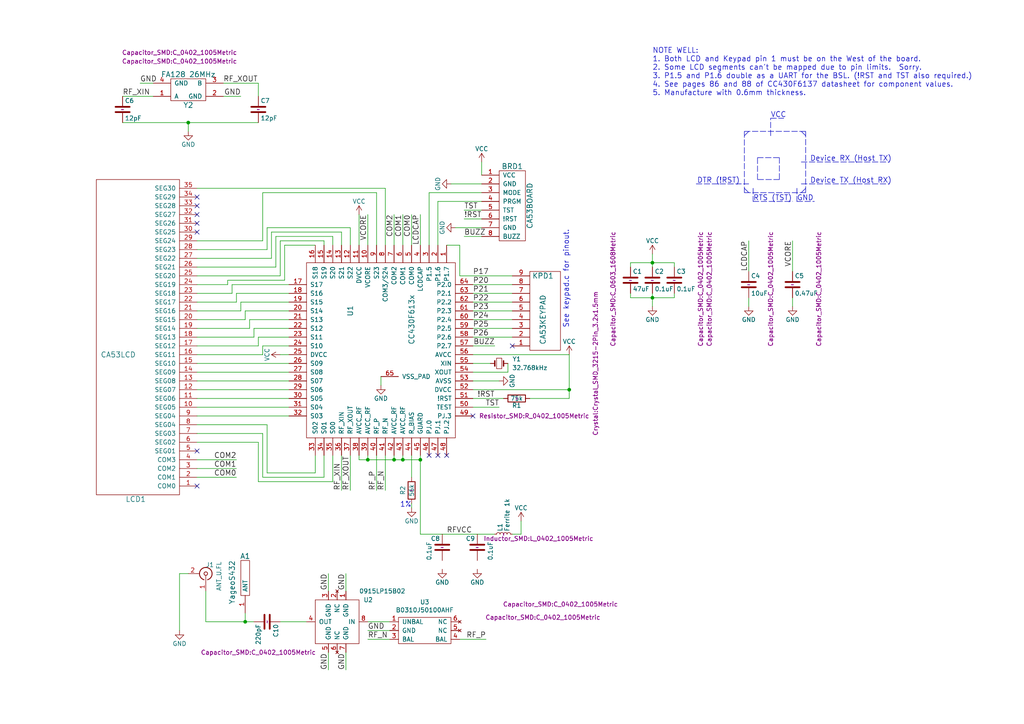
<source format=kicad_sch>
(kicad_sch (version 20211123) (generator eeschema)
  (paper "A4")
  (title_block (title "GoodWatch") (rev "31") (comment 1 "by Travis Goodspeed") (comment 2 "the CC430F6137.  Tuned for either 70cm (<500MHz) or 33cm (<1GHz).") (comment 3 "Replacement PCB for the Casio 3208 watch module (CA53 or CA506) built around"))
  (lib_symbols
    (symbol "Connector:Conn_Coaxial" (pin_names (offset 1.016) hide)
      (property "Reference" "J" (at 0.254 3.048 0))
      (property "Value" "Conn_Coaxial" (at 2.921 0 90))
      (symbol "Conn_Coaxial_0_1"
        (arc (start -1.778 -0.508) (mid 0.2311 -1.8066) (end 1.778 0) (stroke (width 0.254)))
        (polyline (pts (xy -2.54 0) (xy -0.508 0)))
        (polyline (pts (xy 0 -2.54) (xy 0 -1.778)))
        (circle (center 0 0) (radius 0.508) (stroke (width 0.2032)))
        (arc (start 1.778 0) (mid 0.2099 1.8101) (end -1.778 0.508) (stroke (width 0.254)))
      )
      (symbol "Conn_Coaxial_1_1"
        (pin passive line (at -5.08 0 0) (length 2.54) (name "In") (number "1"))
        (pin passive line (at 0 -5.08 90) (length 2.54) (name "Ext") (number "2"))
      )
    )
    (symbol "Device:C" (pin_numbers hide) (pin_names (offset 0.254))
      (property "Reference" "C" (at 0.635 2.54 0))
      (property "Value" "C" (at 0.635 -2.54 0))
      (symbol "C_0_1"
        (polyline (pts (xy -2.032 -0.762) (xy 2.032 -0.762)) (stroke (width 0.508)))
        (polyline (pts (xy -2.032 0.762) (xy 2.032 0.762)) (stroke (width 0.508)))
      )
      (symbol "C_1_1"
        (pin passive line (at 0 3.81 270) (length 2.794) (name "~") (number "1"))
        (pin passive line (at 0 -3.81 90) (length 2.794) (name "~") (number "2"))
      )
    )
    (symbol "Device:Crystal_Small" (pin_numbers hide) (pin_names (offset 1.016) hide)
      (property "Reference" "Y" (at 0 2.54 0))
      (property "Value" "Crystal_Small" (at 0 -2.54 0))
      (symbol "Crystal_Small_0_1"
        (rectangle (start -0.762 -1.524) (end 0.762 1.524))
        (polyline (pts (xy -1.27 -0.762) (xy -1.27 0.762)) (stroke (width 0.381)))
        (polyline (pts (xy 1.27 -0.762) (xy 1.27 0.762)) (stroke (width 0.381)))
      )
      (symbol "Crystal_Small_1_1"
        (pin passive line (at -2.54 0 0) (length 1.27) (name "1") (number "1"))
        (pin passive line (at 2.54 0 180) (length 1.27) (name "2") (number "2"))
      )
    )
    (symbol "Device:L_Small" (pin_numbers hide) (pin_names (offset 0.254) hide)
      (property "Reference" "L" (at 0.762 1.016 0))
      (property "Value" "L_Small" (at 0.762 -1.016 0))
      (symbol "L_Small_0_1"
        (arc (start 0 -2.032) (mid 0.508 -1.524) (end 0 -1.016))
        (arc (start 0 -1.016) (mid 0.508 -0.508) (end 0 0))
        (arc (start 0 0) (mid 0.508 0.508) (end 0 1.016))
        (arc (start 0 1.016) (mid 0.508 1.524) (end 0 2.032))
      )
      (symbol "L_Small_1_1"
        (pin passive line (at 0 2.54 270) (length 0.508) (name "~") (number "1"))
        (pin passive line (at 0 -2.54 90) (length 0.508) (name "~") (number "2"))
      )
    )
    (symbol "Device:R" (pin_numbers hide) (pin_names (offset 0))
      (property "Reference" "R" (at 2.032 0 90))
      (property "Value" "R" (at 0 0 90))
      (symbol "R_0_1"
        (rectangle (start -1.016 -2.54) (end 1.016 2.54) (stroke (width 0.254)))
      )
      (symbol "R_1_1"
        (pin passive line (at 0 3.81 270) (length 1.27) (name "~") (number "1"))
        (pin passive line (at 0 -3.81 90) (length 1.27) (name "~") (number "2"))
      )
    )
    (symbol "goodwatch31:0915LP15B02" (pin_names (offset 1.016))
      (property "Reference" "U" (at -5.08 2.54 90))
      (property "Value" "0915LP15B02" (at -5.08 -3.81 90))
      (symbol "0915LP15B02_0_1"
        (rectangle (start -6.35 6.35) (end 6.35 -6.35))
      )
      (symbol "0915LP15B02_1_1"
        (pin power_in line (at 2.54 8.89 270) (length 2.54) (name "GND") (number "1"))
        (pin no_connect line (at 0 8.89 270) (length 2.54) (name "NC") (number "2"))
        (pin power_in line (at -2.54 8.89 270) (length 2.54) (name "GND") (number "3"))
        (pin passive line (at -8.89 0 0) (length 2.54) (name "OUT") (number "4"))
        (pin power_in line (at -2.54 -8.89 90) (length 2.54) (name "GND") (number "5"))
        (pin no_connect line (at 0 -8.89 90) (length 2.54) (name "NC") (number "6"))
        (pin power_in line (at 2.54 -8.89 90) (length 2.54) (name "GND") (number "7"))
        (pin passive line (at 8.89 0 180) (length 2.54) (name "IN") (number "8"))
      )
    )
    (symbol "goodwatch31:B0310J50100AH" (pin_names (offset 1.016))
      (property "Reference" "U" (at 0 7.62 0))
      (property "Value" "B0310J50100AH" (at 0 -2.54 0))
      (symbol "B0310J50100AH_0_1"
        (rectangle (start -7.62 6.35) (end 7.62 -1.27))
      )
      (symbol "B0310J50100AH_1_1"
        (pin passive line (at -10.16 5.08 0) (length 2.54) (name "UNBAL") (number "1"))
        (pin power_in line (at -10.16 2.54 0) (length 2.54) (name "GND") (number "2"))
        (pin passive line (at -10.16 0 0) (length 2.54) (name "BAL") (number "3"))
        (pin passive line (at 10.16 0 180) (length 2.54) (name "BAL") (number "4"))
        (pin no_connect line (at 10.16 2.54 180) (length 2.54) (name "NC") (number "5"))
        (pin no_connect line (at 10.16 5.08 180) (length 2.54) (name "NC") (number "6"))
      )
    )
    (symbol "goodwatch31:CA53BOARD" (pin_names (offset 1.016))
      (property "Reference" "BRD" (at 12.7 -7.62 0))
      (property "Value" "CA53BOARD" (at 11.43 17.78 0))
      (symbol "CA53BOARD_0_1"
        (rectangle (start 8.89 -6.35) (end 16.51 13.97))
      )
      (symbol "CA53BOARD_1_1"
        (pin power_out line (at 3.81 12.7 0) (length 5.08) (name "VCC") (number "1"))
        (pin power_out line (at 3.81 10.16 0) (length 5.08) (name "GND") (number "2"))
        (pin output line (at 3.81 7.62 0) (length 5.08) (name "MODE") (number "3"))
        (pin output line (at 3.81 5.08 0) (length 5.08) (name "PRGM") (number "4"))
        (pin input line (at 3.81 2.54 0) (length 5.08) (name "TST") (number "5"))
        (pin input line (at 3.81 0 0) (length 5.08) (name "!RST") (number "6"))
        (pin input line (at 3.81 -2.54 0) (length 5.08) (name "GND") (number "7"))
        (pin input line (at 3.81 -5.08 0) (length 5.08) (name "BUZZ") (number "8"))
      )
    )
    (symbol "goodwatch31:CA53KEYPAD" (pin_names (offset 1.016))
      (property "Reference" "KPD" (at 3.81 -10.16 0))
      (property "Value" "CA53KEYPAD" (at 3.81 2.54 90))
      (symbol "CA53KEYPAD_0_1"
        (rectangle (start 0 11.43) (end 8.89 -11.43))
      )
      (symbol "CA53KEYPAD_1_1"
        (pin input line (at -5.08 10.16 0) (length 5.08) (name "~") (number "1"))
        (pin input line (at -5.08 7.62 0) (length 5.08) (name "~") (number "2"))
        (pin input line (at -5.08 5.08 0) (length 5.08) (name "~") (number "3"))
        (pin input line (at -5.08 2.54 0) (length 5.08) (name "~") (number "4"))
        (pin input line (at -5.08 0 0) (length 5.08) (name "~") (number "5"))
        (pin input line (at -5.08 -2.54 0) (length 5.08) (name "~") (number "6"))
        (pin input line (at -5.08 -5.08 0) (length 5.08) (name "~") (number "7"))
        (pin input line (at -5.08 -7.62 0) (length 5.08) (name "~") (number "8"))
        (pin input line (at -5.08 -10.16 0) (length 5.08) (name "~") (number "9"))
      )
    )
    (symbol "goodwatch31:CA53LCD" (pin_names (offset 1.016))
      (property "Reference" "LCD" (at -5.08 45.72 0))
      (property "Value" "CA53LCD" (at 0 3.81 0))
      (symbol "CA53LCD_0_1"
        (rectangle (start 6.35 -46.99) (end -17.78 44.45))
      )
      (symbol "CA53LCD_1_1"
        (pin input line (at -22.86 41.91 0) (length 5.08) (name "COM0") (number "1"))
        (pin input line (at -22.86 19.05 0) (length 5.08) (name "SEG05") (number "10"))
        (pin input line (at -22.86 16.51 0) (length 5.08) (name "SEG06") (number "11"))
        (pin input line (at -22.86 13.97 0) (length 5.08) (name "SEG07") (number "12"))
        (pin input line (at -22.86 11.43 0) (length 5.08) (name "SEG08") (number "13"))
        (pin input line (at -22.86 8.89 0) (length 5.08) (name "SEG09") (number "14"))
        (pin input line (at -22.86 6.35 0) (length 5.08) (name "SEG10") (number "15"))
        (pin input line (at -22.86 3.81 0) (length 5.08) (name "SEG11") (number "16"))
        (pin input line (at -22.86 1.27 0) (length 5.08) (name "SEG12") (number "17"))
        (pin input line (at -22.86 -1.27 0) (length 5.08) (name "SEG13") (number "18"))
        (pin input line (at -22.86 -3.81 0) (length 5.08) (name "SEG14") (number "19"))
        (pin input line (at -22.86 39.37 0) (length 5.08) (name "COM1") (number "2"))
        (pin input line (at -22.86 -6.35 0) (length 5.08) (name "SEG15") (number "20"))
        (pin input line (at -22.86 -8.89 0) (length 5.08) (name "SEG16") (number "21"))
        (pin input line (at -22.86 -11.43 0) (length 5.08) (name "SEG17") (number "22"))
        (pin input line (at -22.86 -13.97 0) (length 5.08) (name "SEG18") (number "23"))
        (pin input line (at -22.86 -16.51 0) (length 5.08) (name "SEG19") (number "24"))
        (pin input line (at -22.86 -19.05 0) (length 5.08) (name "SEG20") (number "25"))
        (pin input line (at -22.86 -21.59 0) (length 5.08) (name "SEG21") (number "26"))
        (pin input line (at -22.86 -24.13 0) (length 5.08) (name "SEG22") (number "27"))
        (pin input line (at -22.86 -26.67 0) (length 5.08) (name "SEG23") (number "28"))
        (pin input line (at -22.86 -29.21 0) (length 5.08) (name "SEG24") (number "29"))
        (pin input line (at -22.86 36.83 0) (length 5.08) (name "COM2") (number "3"))
        (pin input line (at -22.86 -31.75 0) (length 5.08) (name "SEG25") (number "30"))
        (pin input line (at -22.86 -34.29 0) (length 5.08) (name "SEG26") (number "31"))
        (pin input line (at -22.86 -36.83 0) (length 5.08) (name "SEG27") (number "32"))
        (pin input line (at -22.86 -39.37 0) (length 5.08) (name "SEG28") (number "33"))
        (pin input line (at -22.86 -41.91 0) (length 5.08) (name "SEG29") (number "34"))
        (pin input line (at -22.86 -44.45 0) (length 5.08) (name "SEG30") (number "35"))
        (pin input line (at -22.86 34.29 0) (length 5.08) (name "COM3") (number "4"))
        (pin input line (at -22.86 31.75 0) (length 5.08) (name "SEG01") (number "5"))
        (pin input line (at -22.86 29.21 0) (length 5.08) (name "SEG02") (number "6"))
        (pin input line (at -22.86 26.67 0) (length 5.08) (name "SEG03") (number "7"))
        (pin input line (at -22.86 24.13 0) (length 5.08) (name "SEG04") (number "8"))
        (pin input line (at -22.86 21.59 0) (length 5.08) (name "SEG04") (number "9"))
      )
    )
    (symbol "goodwatch31:CC430F613x" (pin_names (offset 1.016))
      (property "Reference" "U" (at -11.43 -8.89 0))
      (property "Value" "CC430F613x" (at -8.89 8.89 0))
      (symbol "CC430F613x_0_1"
        (rectangle (start 25.4 -21.59) (end -25.4 21.59))
      )
      (symbol "CC430F613x_1_1"
        (pin tri_state line (at -30.48 19.05 0) (length 5.08) (name "P1.7") (number "1"))
        (pin power_out line (at -30.48 -3.81 0) (length 5.08) (name "VCORE") (number "10"))
        (pin power_in line (at -30.48 -6.35 0) (length 5.08) (name "DVCC") (number "11"))
        (pin output line (at -30.48 -8.89 0) (length 5.08) (name "S22") (number "12"))
        (pin output line (at -30.48 -11.43 0) (length 5.08) (name "S21") (number "13"))
        (pin output line (at -30.48 -13.97 0) (length 5.08) (name "S20") (number "14"))
        (pin output line (at -30.48 -16.51 0) (length 5.08) (name "S19") (number "15"))
        (pin output line (at -30.48 -19.05 0) (length 5.08) (name "S18") (number "16"))
        (pin output line (at -19.05 -26.67 90) (length 5.08) (name "S17") (number "17"))
        (pin output line (at -16.51 -26.67 90) (length 5.08) (name "S16") (number "18"))
        (pin output line (at -13.97 -26.67 90) (length 5.08) (name "S15") (number "19"))
        (pin tri_state line (at -30.48 16.51 0) (length 5.08) (name "P1.6") (number "2"))
        (pin output line (at -11.43 -26.67 90) (length 5.08) (name "S14") (number "20"))
        (pin output line (at -8.89 -26.67 90) (length 5.08) (name "S13") (number "21"))
        (pin output line (at -6.35 -26.67 90) (length 5.08) (name "S12") (number "22"))
        (pin output line (at -3.81 -26.67 90) (length 5.08) (name "S11") (number "23"))
        (pin output line (at -1.27 -26.67 90) (length 5.08) (name "S10") (number "24"))
        (pin power_in line (at 1.27 -26.67 90) (length 5.08) (name "DVCC") (number "25"))
        (pin output line (at 3.81 -26.67 90) (length 5.08) (name "S09") (number "26"))
        (pin output line (at 6.35 -26.67 90) (length 5.08) (name "S08") (number "27"))
        (pin output line (at 8.89 -26.67 90) (length 5.08) (name "S07") (number "28"))
        (pin output line (at 11.43 -26.67 90) (length 5.08) (name "S06") (number "29"))
        (pin tri_state line (at -30.48 13.97 0) (length 5.08) (name "P1.5") (number "3"))
        (pin output line (at 13.97 -26.67 90) (length 5.08) (name "S05") (number "30"))
        (pin output line (at 16.51 -26.67 90) (length 5.08) (name "S04") (number "31"))
        (pin output line (at 19.05 -26.67 90) (length 5.08) (name "S03") (number "32"))
        (pin output line (at 30.48 -19.05 180) (length 5.08) (name "S02") (number "33"))
        (pin output line (at 30.48 -16.51 180) (length 5.08) (name "S01") (number "34"))
        (pin output line (at 30.48 -13.97 180) (length 5.08) (name "S00") (number "35"))
        (pin input line (at 30.48 -11.43 180) (length 5.08) (name "RF_XIN") (number "36"))
        (pin input line (at 30.48 -8.89 180) (length 5.08) (name "RF_XOUT") (number "37"))
        (pin power_in line (at 30.48 -6.35 180) (length 5.08) (name "AVCC_RF") (number "38"))
        (pin power_in line (at 30.48 -3.81 180) (length 5.08) (name "AVCC_RF") (number "39"))
        (pin input line (at -30.48 11.43 0) (length 5.08) (name "LCDCAP") (number "4"))
        (pin output line (at 30.48 -1.27 180) (length 5.08) (name "RF_P") (number "40"))
        (pin output line (at 30.48 1.27 180) (length 5.08) (name "RF_N") (number "41"))
        (pin power_in line (at 30.48 3.81 180) (length 5.08) (name "AVCC_RF") (number "42"))
        (pin power_in line (at 30.48 6.35 180) (length 5.08) (name "AVCC_RF") (number "43"))
        (pin input line (at 30.48 8.89 180) (length 5.08) (name "R_BIAS") (number "44"))
        (pin input line (at 30.48 11.43 180) (length 5.08) (name "GUARD") (number "45"))
        (pin tri_state line (at 30.48 13.97 180) (length 5.08) (name "PJ.0") (number "46"))
        (pin tri_state line (at 30.48 16.51 180) (length 5.08) (name "PJ.1") (number "47"))
        (pin tri_state line (at 30.48 19.05 180) (length 5.08) (name "PJ.2") (number "48"))
        (pin tri_state line (at 19.05 26.67 270) (length 5.08) (name "PJ.3") (number "49"))
        (pin output line (at -30.48 8.89 0) (length 5.08) (name "COM0") (number "5"))
        (pin input line (at 16.51 26.67 270) (length 5.08) (name "TEST") (number "50"))
        (pin input line (at 13.97 26.67 270) (length 5.08) (name "!RST") (number "51"))
        (pin power_in line (at 11.43 26.67 270) (length 5.08) (name "DVCC") (number "52"))
        (pin power_in line (at 8.89 26.67 270) (length 5.08) (name "AVSS") (number "53"))
        (pin output line (at 6.35 26.67 270) (length 5.08) (name "XOUT") (number "54"))
        (pin input line (at 3.81 26.67 270) (length 5.08) (name "XIN") (number "55"))
        (pin power_in line (at 1.27 26.67 270) (length 5.08) (name "AVCC") (number "56"))
        (pin tri_state line (at -1.27 26.67 270) (length 5.08) (name "P2.7") (number "57"))
        (pin tri_state line (at -3.81 26.67 270) (length 5.08) (name "P2.6") (number "58"))
        (pin tri_state line (at -6.35 26.67 270) (length 5.08) (name "P2.5") (number "59"))
        (pin output line (at -30.48 6.35 0) (length 5.08) (name "COM1") (number "6"))
        (pin tri_state line (at -8.89 26.67 270) (length 5.08) (name "P2.4") (number "60"))
        (pin tri_state line (at -11.43 26.67 270) (length 5.08) (name "P2.3") (number "61"))
        (pin tri_state line (at -13.97 26.67 270) (length 5.08) (name "P2.2") (number "62"))
        (pin tri_state line (at -16.51 26.67 270) (length 5.08) (name "P2.1") (number "63"))
        (pin tri_state line (at -19.05 26.67 270) (length 5.08) (name "P2.0") (number "64"))
        (pin power_in line (at 7.62 0 90) (length 5.08) (name "VSS_PAD") (number "65"))
        (pin output line (at -30.48 3.81 0) (length 5.08) (name "COM2") (number "7"))
        (pin output line (at -30.48 1.27 0) (length 5.08) (name "COM3/S24") (number "8"))
        (pin output line (at -30.48 -1.27 0) (length 5.08) (name "S23") (number "9"))
      )
    )
    (symbol "goodwatch31:FA128" (pin_names (offset 1.016))
      (property "Reference" "X" (at 0 -5.08 0))
      (property "Value" "FA128" (at 0 3.81 0))
      (symbol "FA128_0_1"
        (rectangle (start -5.08 -3.81) (end 5.08 2.54))
      )
      (symbol "FA128_1_1"
        (pin input line (at -10.16 -2.54 0) (length 5.08) (name "A") (number "1"))
        (pin input line (at 10.16 -2.54 180) (length 5.08) (name "GND") (number "2"))
        (pin input line (at 10.16 1.27 180) (length 5.08) (name "B") (number "3"))
        (pin input line (at -10.16 1.27 0) (length 5.08) (name "GND") (number "4"))
      )
    )
    (symbol "goodwatch31:YageoS432" (pin_names (offset 1.016))
      (property "Reference" "A" (at 0 -7.62 0))
      (property "Value" "YageoS432" (at -3.81 2.54 90))
      (symbol "YageoS432_0_1"
        (rectangle (start -1.27 -1.27) (end 1.27 8.89))
      )
      (symbol "YageoS432_1_1"
        (pin input line (at 0 -6.35 90) (length 5.08) (name "ANT") (number "1"))
      )
    )
    (symbol "power:GND" (power) (pin_names (offset 0))
      (property "Value" "GND" (at 0 -3.81 0))
      (symbol "GND_0_1"
        (polyline (pts (xy 0 0) (xy 0 -1.27) (xy 1.27 -1.27) (xy 0 -2.54) (xy -1.27 -1.27) (xy 0 -1.27)))
      )
      (symbol "GND_1_1"
        (pin power_in line (at 0 0 270) (length 0) hide (name "GND") (number "1"))
      )
    )
    (symbol "power:VCC" (power) (pin_names (offset 0))
      (property "Value" "VCC" (at 0 3.81 0))
      (symbol "VCC_0_1"
        (polyline (pts (xy -0.762 1.27) (xy 0 2.54)))
        (polyline (pts (xy 0 0) (xy 0 2.54)))
        (polyline (pts (xy 0 2.54) (xy 0.762 1.27)))
      )
      (symbol "VCC_1_1"
        (pin power_in line (at 0 0 90) (length 0) hide (name "VCC") (number "1"))
      )
    )
  )
  (junction (at 106.68 133.35))
  (junction (at 114.3 133.35))
  (junction (at 71.12 180.34))
  (junction (at 189.23 76.2))
  (junction (at 189.23 86.36))
  (junction (at 121.92 133.35))
  (junction (at 116.84 133.35))
  (junction (at 165.1 113.03))
  (junction (at 54.61 35.56))
  (no_connect (at 57.15 64.77))
  (no_connect (at 57.15 57.15))
  (no_connect (at 57.15 62.23))
  (no_connect (at 137.16 120.65))
  (no_connect (at 127 132.08))
  (no_connect (at 57.15 130.81))
  (no_connect (at 124.46 132.08))
  (no_connect (at 57.15 59.69))
  (no_connect (at 148.59 100.33))
  (no_connect (at 57.15 67.31))
  (no_connect (at 57.15 140.97))
  (no_connect (at 129.54 132.08))
  (wire (pts (xy 134.62 68.58) (xy 139.7 68.58)))
  (wire (pts (xy 82.55 81.28) (xy 66.04 81.28)))
  (wire (pts (xy 71.12 177.8) (xy 71.12 180.34)))
  (wire (pts (xy 96.52 71.12) (xy 96.52 68.58)))
  (wire (pts (xy 76.2 125.73) (xy 57.15 125.73)))
  (wire (pts (xy 71.12 180.34) (xy 59.69 180.34)))
  (wire (pts (xy 93.98 69.85) (xy 81.28 69.85)))
  (wire (pts (xy 91.44 137.16) (xy 77.47 137.16)))
  (wire (pts (xy 83.82 100.33) (xy 76.2 100.33)))
  (wire (pts (xy 69.85 90.17) (xy 57.15 90.17)))
  (wire (pts (xy 121.92 154.94) (xy 143.51 154.94)))
  (wire (pts (xy 121.92 132.08) (xy 121.92 133.35)))
  (wire (pts (xy 189.23 76.2) (xy 189.23 77.47)))
  (wire (pts (xy 71.12 180.34) (xy 73.66 180.34)))
  (wire (pts (xy 82.55 71.12) (xy 82.55 81.28)))
  (wire (pts (xy 137.16 85.09) (xy 148.59 85.09)))
  (wire (pts (xy 109.22 132.08) (xy 109.22 142.24)))
  (polyline (pts (xy 231.14 54.61) (xy 231.14 58.42)))
  (wire (pts (xy 83.82 115.57) (xy 57.15 115.57)))
  (wire (pts (xy 76.2 55.88) (xy 76.2 69.85)))
  (wire (pts (xy 66.04 82.55) (xy 57.15 82.55)))
  (wire (pts (xy 77.47 137.16) (xy 77.47 123.19)))
  (wire (pts (xy 54.61 38.1) (xy 54.61 35.56)))
  (wire (pts (xy 93.98 132.08) (xy 93.98 138.43)))
  (wire (pts (xy 59.69 180.34) (xy 59.69 171.45)))
  (wire (pts (xy 77.47 123.19) (xy 57.15 123.19)))
  (wire (pts (xy 127 58.42) (xy 139.7 58.42)))
  (wire (pts (xy 76.2 102.87) (xy 57.15 102.87)))
  (wire (pts (xy 54.61 166.37) (xy 52.07 166.37)))
  (wire (pts (xy 148.59 82.55) (xy 137.16 82.55)))
  (polyline (pts (xy 218.44 54.61) (xy 218.44 58.42)))
  (wire (pts (xy 83.82 85.09) (xy 68.58 85.09)))
  (wire (pts (xy 72.39 92.71) (xy 72.39 95.25)))
  (polyline (pts (xy 219.71 45.72) (xy 226.06 45.72)))
  (wire (pts (xy 83.82 120.65) (xy 57.15 120.65)))
  (wire (pts (xy 88.9 180.34) (xy 81.28 180.34)))
  (polyline (pts (xy 215.9 55.88) (xy 215.9 38.1)))
  (wire (pts (xy 133.35 71.12) (xy 129.54 71.12)))
  (wire (pts (xy 137.16 110.49) (xy 144.78 110.49)))
  (wire (pts (xy 133.35 80.01) (xy 133.35 71.12)))
  (polyline (pts (xy 232.41 46.99) (xy 257.81 46.99)))
  (wire (pts (xy 148.59 92.71) (xy 137.16 92.71)))
  (wire (pts (xy 189.23 85.09) (xy 189.23 86.36)))
  (wire (pts (xy 148.59 97.79) (xy 137.16 97.79)))
  (wire (pts (xy 35.56 35.56) (xy 54.61 35.56)))
  (wire (pts (xy 96.52 132.08) (xy 96.52 139.7)))
  (wire (pts (xy 195.58 76.2) (xy 195.58 77.47)))
  (wire (pts (xy 104.14 132.08) (xy 104.14 133.35)))
  (wire (pts (xy 44.45 27.94) (xy 35.56 27.94)))
  (wire (pts (xy 182.88 76.2) (xy 189.23 76.2)))
  (wire (pts (xy 121.92 133.35) (xy 121.92 154.94)))
  (wire (pts (xy 137.16 115.57) (xy 146.05 115.57)))
  (wire (pts (xy 74.93 97.79) (xy 74.93 100.33)))
  (wire (pts (xy 114.3 133.35) (xy 116.84 133.35)))
  (wire (pts (xy 116.84 71.12) (xy 116.84 62.23)))
  (wire (pts (xy 101.6 66.04) (xy 77.47 66.04)))
  (wire (pts (xy 71.12 92.71) (xy 57.15 92.71)))
  (wire (pts (xy 137.16 90.17) (xy 148.59 90.17)))
  (wire (pts (xy 83.82 97.79) (xy 74.93 97.79)))
  (wire (pts (xy 68.58 87.63) (xy 57.15 87.63)))
  (wire (pts (xy 83.82 92.71) (xy 72.39 92.71)))
  (polyline (pts (xy 201.93 53.34) (xy 217.17 53.34)))
  (wire (pts (xy 119.38 71.12) (xy 119.38 62.23)))
  (wire (pts (xy 229.87 78.74) (xy 229.87 69.85)))
  (wire (pts (xy 100.33 189.23) (xy 100.33 194.31)))
  (wire (pts (xy 148.59 154.94) (xy 151.13 154.94)))
  (wire (pts (xy 99.06 71.12) (xy 99.06 67.31)))
  (wire (pts (xy 93.98 71.12) (xy 93.98 69.85)))
  (wire (pts (xy 73.66 97.79) (xy 57.15 97.79)))
  (wire (pts (xy 133.35 185.42) (xy 140.97 185.42)))
  (wire (pts (xy 83.82 95.25) (xy 73.66 95.25)))
  (wire (pts (xy 80.01 68.58) (xy 80.01 77.47)))
  (wire (pts (xy 121.92 71.12) (xy 121.92 62.23)))
  (wire (pts (xy 57.15 105.41) (xy 83.82 105.41)))
  (wire (pts (xy 83.82 87.63) (xy 69.85 87.63)))
  (wire (pts (xy 81.28 69.85) (xy 81.28 80.01)))
  (wire (pts (xy 78.74 67.31) (xy 78.74 74.93)))
  (wire (pts (xy 83.82 113.03) (xy 57.15 113.03)))
  (wire (pts (xy 68.58 85.09) (xy 68.58 87.63)))
  (wire (pts (xy 52.07 166.37) (xy 52.07 182.88)))
  (polyline (pts (xy 217.17 38.1) (xy 215.9 39.37)))
  (wire (pts (xy 83.82 118.11) (xy 57.15 118.11)))
  (wire (pts (xy 76.2 138.43) (xy 76.2 125.73)))
  (wire (pts (xy 137.16 95.25) (xy 148.59 95.25)))
  (wire (pts (xy 74.93 139.7) (xy 74.93 128.27)))
  (wire (pts (xy 109.22 71.12) (xy 109.22 55.88)))
  (wire (pts (xy 78.74 74.93) (xy 57.15 74.93)))
  (wire (pts (xy 151.13 154.94) (xy 151.13 151.13)))
  (wire (pts (xy 57.15 135.89) (xy 68.58 135.89)))
  (wire (pts (xy 100.33 171.45) (xy 100.33 166.37)))
  (polyline (pts (xy 223.52 34.29) (xy 227.33 34.29)))
  (wire (pts (xy 104.14 133.35) (xy 106.68 133.35)))
  (wire (pts (xy 137.16 113.03) (xy 165.1 113.03)))
  (polyline (pts (xy 218.44 58.42) (xy 229.87 58.42)))
  (polyline (pts (xy 215.9 38.1) (xy 233.68 38.1)))
  (wire (pts (xy 113.03 185.42) (xy 106.68 185.42)))
  (wire (pts (xy 64.77 24.13) (xy 74.93 24.13)))
  (wire (pts (xy 83.82 107.95) (xy 57.15 107.95)))
  (wire (pts (xy 127 71.12) (xy 127 58.42)))
  (wire (pts (xy 74.93 128.27) (xy 57.15 128.27)))
  (polyline (pts (xy 233.68 55.88) (xy 215.9 55.88)))
  (wire (pts (xy 229.87 86.36) (xy 229.87 88.9)))
  (polyline (pts (xy 226.06 52.07) (xy 219.71 52.07)))
  (wire (pts (xy 96.52 139.7) (xy 74.93 139.7)))
  (wire (pts (xy 71.12 90.17) (xy 71.12 92.71)))
  (wire (pts (xy 80.01 77.47) (xy 57.15 77.47)))
  (wire (pts (xy 91.44 132.08) (xy 91.44 137.16)))
  (wire (pts (xy 116.84 133.35) (xy 121.92 133.35)))
  (wire (pts (xy 189.23 76.2) (xy 195.58 76.2)))
  (wire (pts (xy 165.1 113.03) (xy 165.1 115.57)))
  (polyline (pts (xy 215.9 54.61) (xy 217.17 55.88)))
  (wire (pts (xy 83.82 90.17) (xy 71.12 90.17)))
  (wire (pts (xy 106.68 133.35) (xy 114.3 133.35)))
  (polyline (pts (xy 226.06 45.72) (xy 226.06 52.07)))
  (wire (pts (xy 101.6 71.12) (xy 101.6 66.04)))
  (wire (pts (xy 110.49 109.22) (xy 110.49 111.76)))
  (polyline (pts (xy 232.41 55.88) (xy 233.68 54.61)))
  (wire (pts (xy 114.3 71.12) (xy 114.3 62.23)))
  (wire (pts (xy 104.14 62.23) (xy 104.14 71.12)))
  (wire (pts (xy 137.16 118.11) (xy 144.78 118.11)))
  (wire (pts (xy 139.7 66.04) (xy 132.08 66.04)))
  (polyline (pts (xy 232.41 53.34) (xy 257.81 53.34)))
  (wire (pts (xy 124.46 55.88) (xy 139.7 55.88)))
  (wire (pts (xy 111.76 132.08) (xy 111.76 142.24)))
  (wire (pts (xy 99.06 132.08) (xy 99.06 142.24)))
  (wire (pts (xy 69.85 87.63) (xy 69.85 90.17)))
  (wire (pts (xy 119.38 147.32) (xy 119.38 146.05)))
  (wire (pts (xy 116.84 132.08) (xy 116.84 133.35)))
  (wire (pts (xy 76.2 69.85) (xy 57.15 69.85)))
  (wire (pts (xy 114.3 132.08) (xy 114.3 133.35)))
  (wire (pts (xy 165.1 102.87) (xy 165.1 113.03)))
  (wire (pts (xy 101.6 132.08) (xy 101.6 142.24)))
  (polyline (pts (xy 219.71 52.07) (xy 219.71 45.72)))
  (wire (pts (xy 148.59 80.01) (xy 133.35 80.01)))
  (wire (pts (xy 113.03 180.34) (xy 106.68 180.34)))
  (wire (pts (xy 106.68 62.23) (xy 106.68 71.12)))
  (wire (pts (xy 91.44 71.12) (xy 82.55 71.12)))
  (wire (pts (xy 189.23 73.66) (xy 189.23 76.2)))
  (wire (pts (xy 95.25 189.23) (xy 95.25 194.31)))
  (polyline (pts (xy 233.68 38.1) (xy 233.68 55.88)))
  (wire (pts (xy 106.68 132.08) (xy 106.68 133.35)))
  (wire (pts (xy 109.22 55.88) (xy 76.2 55.88)))
  (wire (pts (xy 137.16 107.95) (xy 147.32 107.95)))
  (wire (pts (xy 165.1 115.57) (xy 153.67 115.57)))
  (wire (pts (xy 139.7 60.96) (xy 134.62 60.96)))
  (wire (pts (xy 81.28 102.87) (xy 83.82 102.87)))
  (wire (pts (xy 96.52 68.58) (xy 80.01 68.58)))
  (wire (pts (xy 137.16 102.87) (xy 165.1 102.87)))
  (wire (pts (xy 44.45 24.13) (xy 40.64 24.13)))
  (wire (pts (xy 57.15 138.43) (xy 68.58 138.43)))
  (wire (pts (xy 182.88 77.47) (xy 182.88 76.2)))
  (wire (pts (xy 195.58 86.36) (xy 195.58 85.09)))
  (wire (pts (xy 54.61 35.56) (xy 74.93 35.56)))
  (wire (pts (xy 93.98 138.43) (xy 76.2 138.43)))
  (wire (pts (xy 124.46 71.12) (xy 124.46 55.88)))
  (wire (pts (xy 81.28 80.01) (xy 57.15 80.01)))
  (wire (pts (xy 73.66 95.25) (xy 73.66 97.79)))
  (wire (pts (xy 217.17 78.74) (xy 217.17 69.85)))
  (wire (pts (xy 57.15 133.35) (xy 68.58 133.35)))
  (wire (pts (xy 74.93 100.33) (xy 57.15 100.33)))
  (wire (pts (xy 119.38 132.08) (xy 119.38 138.43)))
  (wire (pts (xy 83.82 82.55) (xy 67.31 82.55)))
  (wire (pts (xy 189.23 86.36) (xy 189.23 88.9)))
  (wire (pts (xy 77.47 66.04) (xy 77.47 72.39)))
  (wire (pts (xy 182.88 86.36) (xy 189.23 86.36)))
  (wire (pts (xy 83.82 110.49) (xy 57.15 110.49)))
  (wire (pts (xy 189.23 86.36) (xy 195.58 86.36)))
  (polyline (pts (xy 233.68 39.37) (xy 232.41 38.1)))
  (wire (pts (xy 77.47 72.39) (xy 57.15 72.39)))
  (wire (pts (xy 67.31 82.55) (xy 67.31 85.09)))
  (wire (pts (xy 67.31 85.09) (xy 57.15 85.09)))
  (wire (pts (xy 64.77 27.94) (xy 69.85 27.94)))
  (wire (pts (xy 99.06 67.31) (xy 78.74 67.31)))
  (wire (pts (xy 95.25 171.45) (xy 95.25 166.37)))
  (wire (pts (xy 113.03 182.88) (xy 106.68 182.88)))
  (wire (pts (xy 137.16 100.33) (xy 143.51 100.33)))
  (wire (pts (xy 76.2 100.33) (xy 76.2 102.87)))
  (wire (pts (xy 139.7 50.8) (xy 139.7 46.99)))
  (wire (pts (xy 111.76 54.61) (xy 57.15 54.61)))
  (wire (pts (xy 139.7 53.34) (xy 130.81 53.34)))
  (wire (pts (xy 72.39 95.25) (xy 57.15 95.25)))
  (wire (pts (xy 137.16 105.41) (xy 142.24 105.41)))
  (wire (pts (xy 217.17 88.9) (xy 217.17 86.36)))
  (polyline (pts (xy 223.52 39.37) (xy 223.52 34.29)))
  (wire (pts (xy 148.59 87.63) (xy 137.16 87.63)))
  (polyline (pts (xy 231.14 58.42) (xy 236.22 58.42)))
  (wire (pts (xy 74.93 24.13) (xy 74.93 27.94)))
  (wire (pts (xy 111.76 71.12) (xy 111.76 54.61)))
  (wire (pts (xy 147.32 107.95) (xy 147.32 105.41)))
  (wire (pts (xy 66.04 81.28) (xy 66.04 82.55)))
  (wire (pts (xy 182.88 85.09) (xy 182.88 86.36)))
  (wire (pts (xy 134.62 63.5) (xy 139.7 63.5)))
  (text "Device TX (Host RX)" (at 234.95 53.34 0) (effects (font (size 1.524 1.524)) (justify left bottom)))
  (text "NOTE WELL:\n1. Both LCD and Keypad pin 1 must be on the West of the board.\n2. Some LCD segments can't be mapped due to pin limits.  Sorry.\n3. P1.5 and P1.6 double as a UART for the BSL. (!RST and TST also required.)\n4. See pages 86 and 88 of CC430F6137 datasheet for component values.\n5. Manufacture with 0.6mm thickness. " (at 189.23 27.94 0) (effects (font (size 1.524 1.524)) (justify left bottom)))
  (text "RTS (TST)" (at 218.44 58.42 0) (effects (font (size 1.524 1.524)) (justify left bottom)))
  (text "VCC" (at 223.52 34.29 0) (effects (font (size 1.524 1.524)) (justify left bottom)))
  (text "See keypad.c for pinout." (at 165.1 95.25 90) (effects (font (size 1.524 1.524)) (justify left bottom)))
  (text "GND" (at 231.14 58.42 0) (effects (font (size 1.524 1.524)) (justify left bottom)))
  (text "1%" (at 119.38 147.32 180) (effects (font (size 1.524 1.524)) (justify right bottom)))
  (text "DTR (!RST)" (at 214.63 53.34 180) (effects (font (size 1.524 1.524)) (justify right bottom)))
  (text "Device RX (Host TX)" (at 234.95 46.99 0) (effects (font (size 1.524 1.524)) (justify left bottom)))
  (label "LCDCAP" (at 121.92 62.23 270) (effects (font (size 1.524 1.524))))
  (label "P26" (at 137.16 97.79 0) (effects (font (size 1.524 1.524))))
  (label "GND" (at 95.25 194.31 90) (effects (font (size 1.524 1.524))))
  (label "GND" (at 100.33 166.37 270) (effects (font (size 1.524 1.524))))
  (label "COM1" (at 116.84 62.23 270) (effects (font (size 1.524 1.524))))
  (label "BUZZ" (at 143.51 100.33 180) (effects (font (size 1.524 1.524))))
  (label "!RST" (at 138.43 115.57 0) (effects (font (size 1.524 1.524))))
  (label "TST" (at 134.62 60.96 0) (effects (font (size 1.524 1.524))))
  (label "RF_XIN" (at 99.06 142.24 90) (effects (font (size 1.524 1.524))))
  (label "RF_XOUT" (at 64.77 24.13 0) (effects (font (size 1.524 1.524))))
  (label "LCDCAP" (at 217.17 69.85 270) (effects (font (size 1.524 1.524))))
  (label "P21" (at 137.16 85.09 0) (effects (font (size 1.524 1.524))))
  (label "GND" (at 40.64 24.13 0) (effects (font (size 1.524 1.524))))
  (label "GND" (at 100.33 194.31 90) (effects (font (size 1.524 1.524))))
  (label "RF_XIN" (at 35.56 27.94 0) (effects (font (size 1.524 1.524))))
  (label "GND" (at 69.85 27.94 180) (effects (font (size 1.524 1.524))))
  (label "RF_XOUT" (at 101.6 142.24 90) (effects (font (size 1.524 1.524))))
  (label "P24" (at 137.16 92.71 0) (effects (font (size 1.524 1.524))))
  (label "RFVCC" (at 129.54 154.94 0) (effects (font (size 1.524 1.524))))
  (label "GND" (at 106.68 182.88 0) (effects (font (size 1.524 1.524))))
  (label "VCORE" (at 106.68 62.23 270) (effects (font (size 1.524 1.524))))
  (label "VCORE" (at 229.87 69.85 270) (effects (font (size 1.524 1.524))))
  (label "P22" (at 137.16 87.63 0) (effects (font (size 1.524 1.524))))
  (label "COM2" (at 68.58 133.35 180) (effects (font (size 1.524 1.524))))
  (label "COM1" (at 68.58 135.89 180) (effects (font (size 1.524 1.524))))
  (label "RF_N" (at 106.68 185.42 0) (effects (font (size 1.524 1.524))))
  (label "RF_P" (at 109.22 142.24 90) (effects (font (size 1.524 1.524))))
  (label "P17" (at 137.16 80.01 0) (effects (font (size 1.524 1.524))))
  (label "P25" (at 137.16 95.25 0) (effects (font (size 1.524 1.524))))
  (label "TST" (at 144.78 118.11 180) (effects (font (size 1.524 1.524))))
  (label "BUZZ" (at 134.62 68.58 0) (effects (font (size 1.524 1.524))))
  (label "P23" (at 137.16 90.17 0) (effects (font (size 1.524 1.524))))
  (label "COM2" (at 114.3 62.23 270) (effects (font (size 1.524 1.524))))
  (label "!RST" (at 134.62 63.5 0) (effects (font (size 1.524 1.524))))
  (label "RF_P" (at 140.97 185.42 180) (effects (font (size 1.524 1.524))))
  (label "P20" (at 137.16 82.55 0) (effects (font (size 1.524 1.524))))
  (label "COM0" (at 119.38 62.23 270) (effects (font (size 1.524 1.524))))
  (label "COM0" (at 68.58 138.43 180) (effects (font (size 1.524 1.524))))
  (label "GND" (at 95.25 166.37 270) (effects (font (size 1.524 1.524))))
  (label "RF_N" (at 111.76 142.24 90) (effects (font (size 1.524 1.524))))
  (symbol (lib_id "goodwatch31:CA53LCD") (at 34.29 99.06 180) (unit 1)
    (property "Reference" "LCD1" (at 39.37 144.78 0) (effects (font (size 1.524 1.524))))
    (property "Value" "CA53LCD" (at 34.29 102.87 0) (effects (font (size 1.524 1.524))))
    (property "Footprint" "goodwatch31:ca53lcd" (effects hide))
    (property "DNP" "YES" (effects hide))
  )
  (symbol (lib_id "goodwatch31:CC430F613x") (at 110.49 101.6 270) (unit 1)
    (property "Reference" "U1" (at 101.6 90.17 0) (effects (font (size 1.524 1.524))))
    (property "Value" "CC430F613x" (at 119.38 92.71 0) (effects (font (size 1.524 1.524))))
    (property "Footprint" "goodwatch31:CC430F613x" (effects hide))
    (property "Datasheet" "http://www.ti.com/lit/ds/symlink/cc430f6143.pdf" (effects hide))
    (property "Key" "ic-mcu-cc430f613x" (effects hide))
    (property "Manufacturer" "Texas Instruments" (effects hide))
    (property "MFN" "CC430F6147IRGCR" (effects hide))
  )
  (symbol (lib_id "goodwatch31:CA53KEYPAD") (at 153.67 90.17 0) (mirror x) (unit 1)
    (property "Reference" "KPD1" (at 157.48 80.01 0) (effects (font (size 1.524 1.524))))
    (property "Value" "CA53KEYPAD" (at 157.48 92.71 90) (effects (font (size 1.524 1.524))))
    (property "Footprint" "goodwatch31:ca53keypad" (effects hide))
    (property "DNP" "YES" (effects hide))
  )
  (symbol (lib_id "goodwatch31:CA53BOARD") (at 135.89 63.5 0) (unit 1)
    (property "Reference" "BRD1" (at 148.59 48.26 0) (effects (font (size 1.524 1.524))))
    (property "Value" "CA53BOARD" (at 153.67 59.69 90) (effects (font (size 1.524 1.524))))
    (property "Footprint" "goodwatch31:ca53board" (effects hide))
    (property "DNP" "YES" (effects hide))
  )
  (symbol (lib_id "power:GND") (at 110.49 111.76 0) (unit 1)
    (property "Reference" "#PWR01" (effects hide))
    (property "Value" "GND" (at 110.49 115.57 0))
  )
  (symbol (lib_id "power:GND") (at 130.81 53.34 270) (unit 1)
    (property "Reference" "#PWR02" (effects hide))
    (property "Value" "GND" (at 127 53.34 0))
  )
  (symbol (lib_id "power:VCC") (at 139.7 46.99 0) (unit 1)
    (property "Reference" "#PWR03" (effects hide))
    (property "Value" "VCC" (at 139.7 43.18 0))
  )
  (symbol (lib_id "power:VCC") (at 104.14 62.23 0) (unit 1)
    (property "Reference" "#PWR04" (effects hide))
    (property "Value" "VCC" (at 104.14 58.42 0))
  )
  (symbol (lib_id "power:VCC") (at 165.1 102.87 0) (unit 1)
    (property "Reference" "#PWR05" (effects hide))
    (property "Value" "VCC" (at 165.1 99.06 0))
  )
  (symbol (lib_id "Device:Crystal_Small") (at 144.78 105.41 0) (unit 1)
    (property "Reference" "Y1" (at 149.86 104.14 0))
    (property "Value" "32.768kHz" (at 153.67 106.68 0))
    (property "Footprint" "Crystal:Crystal_SMD_3215-2Pin_3.2x1.5mm" (at 172.72 105.41 90))
    (property "Key" "xtal3215-32_768khz" (effects hide))
    (property "Manufacturer" "Abracon" (effects hide))
    (property "MFN" "ABS07-120-32.768KHZ-T" (effects hide))
  )
  (symbol (lib_id "power:GND") (at 144.78 110.49 90) (unit 1)
    (property "Reference" "#PWR06" (effects hide))
    (property "Value" "GND" (at 148.59 110.49 0))
  )
  (symbol (lib_id "power:VCC") (at 81.28 102.87 90) (unit 1)
    (property "Reference" "#PWR07" (effects hide))
    (property "Value" "VCC" (at 77.47 102.87 0))
  )
  (symbol (lib_id "Device:C") (at 182.88 81.28 0) (unit 1)
    (property "Reference" "C1" (at 183.515 78.74 0) (effects (justify left)))
    (property "Value" "47uF" (at 183.515 83.82 0) (effects (justify left)))
    (property "Footprint" "Capacitor_SMD:C_0603_1608Metric" (at 177.8 83.82 90))
    (property "Datasheet" "~" (at 182.88 81.28 0))
    (property "Key" "cap-cer-0603-47u" (effects hide))
  )
  (symbol (lib_id "Device:C") (at 189.23 81.28 0) (unit 1)
    (property "Reference" "C2" (at 189.865 78.74 0) (effects (justify left)))
    (property "Value" "0.1uF" (at 189.865 83.82 0) (effects (justify left)))
    (property "Footprint" "Capacitor_SMD:C_0402_1005Metric" (at 203.2 83.82 90))
    (property "Datasheet" "~" (at 189.23 81.28 0))
    (property "Key" "cap-cer-0402-03high-100n" (effects hide))
    (property "Notes" "Use flat versions that are not higher than 0.33mm." (effects hide))
  )
  (symbol (lib_id "Device:C") (at 195.58 81.28 0) (unit 1)
    (property "Reference" "C3" (at 196.215 78.74 0) (effects (justify left)))
    (property "Value" "0.1uF" (at 196.215 83.82 0) (effects (justify left)))
    (property "Footprint" "Capacitor_SMD:C_0402_1005Metric" (at 205.74 83.82 90))
    (property "Datasheet" "~" (at 195.58 81.28 0))
    (property "Key" "cap-cer-0402-03high-100n" (effects hide))
    (property "Notes" "Use flat versions that are not higher than 0.33mm." (effects hide))
  )
  (symbol (lib_id "power:VCC") (at 189.23 73.66 0) (unit 1)
    (property "Reference" "#PWR08" (effects hide))
    (property "Value" "VCC" (at 189.23 69.85 0))
  )
  (symbol (lib_id "power:GND") (at 189.23 88.9 0) (unit 1)
    (property "Reference" "#PWR09" (effects hide))
    (property "Value" "GND" (at 189.23 92.71 0))
  )
  (symbol (lib_id "Device:C") (at 217.17 82.55 0) (unit 1)
    (property "Reference" "C4" (at 217.805 80.01 0) (effects (justify left)))
    (property "Value" "10uF" (at 217.805 85.09 0) (effects (justify left)))
    (property "Footprint" "Capacitor_SMD:C_0402_1005Metric" (at 223.52 83.82 90))
    (property "Datasheet" "~" (at 217.17 82.55 0))
    (property "Key" "cap-cer-0402-10u" (effects hide))
  )
  (symbol (lib_id "power:GND") (at 217.17 88.9 0) (unit 1)
    (property "Reference" "#PWR010" (effects hide))
    (property "Value" "GND" (at 217.17 92.71 0))
  )
  (symbol (lib_id "Device:C") (at 229.87 82.55 0) (unit 1)
    (property "Reference" "C5" (at 230.505 80.01 0) (effects (justify left)))
    (property "Value" "0.47uF" (at 230.505 85.09 0) (effects (justify left)))
    (property "Footprint" "Capacitor_SMD:C_0402_1005Metric" (at 237.49 83.82 90))
    (property "Datasheet" "~" (at 229.87 82.55 0))
    (property "Key" "cap-cer-0402-470n" (effects hide))
  )
  (symbol (lib_id "power:GND") (at 229.87 88.9 0) (unit 1)
    (property "Reference" "#PWR011" (effects hide))
    (property "Value" "GND" (at 229.87 92.71 0))
  )
  (symbol (lib_id "goodwatch31:YageoS432") (at 71.12 171.45 0) (unit 1)
    (property "Reference" "A1" (at 71.12 161.29 0) (effects (font (size 1.524 1.524))))
    (property "Value" "YageoS432" (at 67.31 168.91 90) (effects (font (size 1.524 1.524))))
    (property "Footprint" "goodwatch31:YageoS432" (effects hide))
    (property "Datasheet" "http://www.yageo.com/documents/recent/An_SMD_UHF_433_1204_0.pdf" (effects hide))
    (property "Notes" "Optional: only used without watch body for the RF version" (effects hide))
    (property "DNP" "YES" (effects hide))
    (property "Key" "ant-smd-yageos432" (effects hide))
    (property "Manufacturer" "Yaego" (effects hide))
    (property "MFN" "ANT1204F002R0433A" (effects hide))
  )
  (symbol (lib_id "Device:R") (at 119.38 142.24 0) (unit 1)
    (property "Reference" "R2" (at 116.84 142.24 90))
    (property "Value" "56k" (at 119.38 142.24 90))
    (property "Footprint" "Resistor_SMD:R_0402_1005Metric" (effects hide))
    (property "Datasheet" "~" (at 119.38 142.24 0))
    (property "Key" "res-0402-56k-1%" (effects hide))
    (property "Notes" "Optional: only needed for the RF version" (effects hide))
  )
  (symbol (lib_id "power:GND") (at 119.38 147.32 0) (unit 1)
    (property "Reference" "#PWR012" (effects hide))
    (property "Value" "GND" (at 119.38 151.13 0))
  )
  (symbol (lib_id "goodwatch31:FA128") (at 54.61 25.4 0) (unit 1)
    (property "Reference" "Y2" (at 54.61 30.48 0) (effects (font (size 1.524 1.524))))
    (property "Value" "FA128 26MHz" (at 54.61 21.59 0) (effects (font (size 1.524 1.524))))
    (property "Footprint" "goodwatch31:FA128" (effects hide))
    (property "Datasheet" "https://support.epson.biz/td/api/doc_check.php?dl=brief_FA-128_en.pdf" (effects hide))
    (property "Key" "xtal-fa128-26mhz" (effects hide))
    (property "MFN" "FA-128 26.0000MF10Z-W5" (effects hide))
    (property "Manufacturer" "EPSON" (effects hide))
    (property "Notes" "Optional: only needed for the RF version" (effects hide))
  )
  (symbol (lib_id "Device:C") (at 35.56 31.75 0) (unit 1)
    (property "Reference" "C6" (at 36.195 29.21 0) (effects (justify left)))
    (property "Value" "12pF" (at 36.195 34.29 0) (effects (justify left)))
    (property "Footprint" "Capacitor_SMD:C_0402_1005Metric" (at 52.07 17.78 0))
    (property "Datasheet" "~" (at 35.56 31.75 0))
    (property "Key" "cap-cer-0402-12p" (effects hide))
    (property "Notes" "Optional: only needed for the RF version" (effects hide))
  )
  (symbol (lib_id "Device:C") (at 74.93 31.75 0) (unit 1)
    (property "Reference" "C7" (at 75.565 29.21 0) (effects (justify left)))
    (property "Value" "12pF" (at 75.565 34.29 0) (effects (justify left)))
    (property "Footprint" "Capacitor_SMD:C_0402_1005Metric" (at 52.07 15.24 0))
    (property "Datasheet" "~" (at 74.93 31.75 0))
    (property "Key" "cap-cer-0402-12p" (effects hide))
    (property "Notes" "Optional: only needed for the RF version" (effects hide))
  )
  (symbol (lib_id "power:GND") (at 54.61 38.1 0) (unit 1)
    (property "Reference" "#PWR013" (effects hide))
    (property "Value" "GND" (at 54.61 41.91 0))
  )
  (symbol (lib_id "Device:R") (at 149.86 115.57 270) (unit 1)
    (property "Reference" "R1" (at 149.86 117.602 90))
    (property "Value" "75k" (at 149.86 115.57 90))
    (property "Footprint" "Resistor_SMD:R_0402_1005Metric" (at 154.94 120.65 90))
    (property "Datasheet" "~" (at 149.86 115.57 0))
    (property "Key" "res-0402-75k" (effects hide))
  )
  (symbol (lib_id "Device:L_Small") (at 146.05 154.94 90) (unit 1)
    (property "Reference" "L1" (at 145.034 154.178 0) (effects (justify left)))
    (property "Value" "Ferrite 1k" (at 147.066 154.178 0) (effects (justify left)))
    (property "Footprint" "Inductor_SMD:L_0402_1005Metric" (at 156.21 156.21 90))
    (property "Datasheet" "~" (at 146.05 154.94 0))
    (property "Notes" "Optional: only needed for the RF version" (effects hide))
    (property "Key" "ferrite-0402-1k" (effects hide))
  )
  (symbol (lib_id "power:VCC") (at 151.13 151.13 0) (unit 1)
    (property "Reference" "#PWR014" (effects hide))
    (property "Value" "VCC" (at 151.13 147.32 0))
  )
  (symbol (lib_id "Device:C") (at 128.27 158.75 0) (mirror y) (unit 1)
    (property "Reference" "C8" (at 127.635 156.21 0) (effects (justify left)))
    (property "Value" "0.1uF" (at 124.46 162.56 90) (effects (justify left)))
    (property "Footprint" "Capacitor_SMD:C_0402_1005Metric" (at 157.48 179.07 0))
    (property "Datasheet" "~" (at 128.27 158.75 0))
    (property "Key" "cap-cer-0402-03high-100n" (effects hide))
    (property "Notes" "Use flat versions that are not higher than 0.33mm. Optional: only needed for the RF version" (effects hide))
  )
  (symbol (lib_id "Device:C") (at 138.43 158.75 0) (mirror y) (unit 1)
    (property "Reference" "C9" (at 137.795 156.21 0) (effects (justify left)))
    (property "Value" "0.1uF" (at 142.24 162.56 90) (effects (justify left)))
    (property "Footprint" "Capacitor_SMD:C_0402_1005Metric" (at 162.56 175.26 0))
    (property "Datasheet" "~" (at 138.43 158.75 0))
    (property "Key" "cap-cer-0402-03high-100n" (effects hide))
    (property "Notes" "Use flat versions that are not higher than 0.33mm. Optional: only needed for the RF version" (effects hide))
  )
  (symbol (lib_id "power:GND") (at 128.27 165.1 0) (unit 1)
    (property "Reference" "#PWR015" (effects hide))
    (property "Value" "GND" (at 128.27 168.91 0))
  )
  (symbol (lib_id "power:GND") (at 138.43 165.1 0) (unit 1)
    (property "Reference" "#PWR016" (effects hide))
    (property "Value" "GND" (at 138.43 168.91 0))
  )
  (symbol (lib_id "power:GND") (at 132.08 66.04 270) (unit 1)
    (property "Reference" "#PWR017" (effects hide))
    (property "Value" "GND" (at 128.27 66.04 0))
  )
  (symbol (lib_id "goodwatch31:0915LP15B02") (at 97.79 180.34 0) (unit 1)
    (property "Reference" "U2" (at 105.41 173.99 0) (effects (justify left)))
    (property "Value" "0915LP15B02" (at 104.14 171.45 0) (effects (justify left)))
    (property "Footprint" "goodwatch31:LP15" (effects hide))
    (property "Datasheet" "https://www.mouser.com/ds/2/611/LP_Filter_0500LP15A500_v2-258166.pdf, https://www.mouser.com/datasheet/2/611/JTI_Low-Pass-0915LP15B026_8-04-515344.pdf" (effects hide))
    (property "Key" "filter-0915lp15b02, filter-0915lp15b02" (effects hide))
    (property "Notes" "Optional: only needed for the RF version; two options 500MHz/915MHz" (effects hide))
    (property "MFN" "0500LP15A500, 0915LP15B02" (effects hide))
    (property "Manufacturer" "Johanson Technology Inc." (effects hide))
  )
  (symbol (lib_id "goodwatch31:B0310J50100AH") (at 123.19 185.42 0) (unit 1)
    (property "Reference" "U3" (at 123.19 174.625 0))
    (property "Value" "B0310J50100AHF" (at 123.19 176.9364 0))
    (property "Footprint" "goodwatch31:B0310J50100AHF" (effects hide))
    (property "Datasheet" "https://cdn.anaren.com/product-documents/Xinger/BalunTransformers/B0310J50100AHF/B0310J50100AHF_DataSheet(Rev_A).pdf" (effects hide))
    (property "Key" "balun-b0310j50100ahf" (effects hide))
    (property "Notes" "Optional: only needed for the RF version" (effects hide))
    (property "MFN" "B0310J50100AH" (effects hide))
    (property "Manufacturer" "Anaren" (effects hide))
  )
  (symbol (lib_id "Device:C") (at 77.47 180.34 270) (unit 1)
    (property "Reference" "C10" (at 80.01 180.975 0) (effects (justify left)))
    (property "Value" "220pF" (at 74.93 180.975 0) (effects (justify left)))
    (property "Footprint" "Capacitor_SMD:C_0402_1005Metric" (at 74.93 189.23 90))
    (property "Datasheet" "~" (at 77.47 180.34 0))
    (property "Key" "cap-cer-0402-220p" (effects hide))
    (property "Notes" "Optional: only needed for the RF version" (effects hide))
  )
  (symbol (lib_id "Connector:Conn_Coaxial") (at 59.69 166.37 270) (mirror x) (unit 1)
    (property "Reference" "J1" (at 59.69 163.83 90) (effects (justify left)))
    (property "Value" "ANT_U.FL" (at 63.5 171.45 0) (effects (justify left)))
    (property "Footprint" "Connector_Coaxial:U.FL_Molex_MCRF_73412-0110_Vertical" (effects hide))
    (property "Datasheet" " ~" (effects hide))
    (property "Notes" "Optional: only used without watch body for the RF version" (effects hide))
    (property "DNP" "YES" (effects hide))
    (property "Key" "conn-umcc" (effects hide))
    (property "MFN" "0734120110" (effects hide))
    (property "Manufacturer" "Molex" (effects hide))
  )
  (symbol (lib_id "power:GND") (at 52.07 182.88 0) (unit 1)
    (property "Reference" "#PWR0101" (effects hide))
    (property "Value" "GND" (at 52.07 186.69 0))
  )
)
</source>
